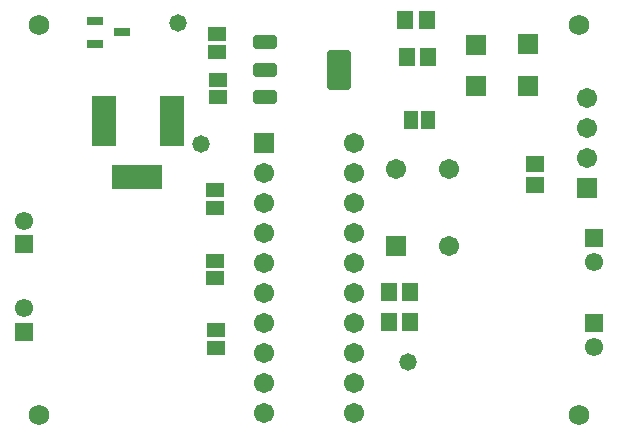
<source format=gts>
G04*
G04 #@! TF.GenerationSoftware,Altium Limited,Altium Designer,19.1.7 (138)*
G04*
G04 Layer_Color=8388736*
%FSLAX25Y25*%
%MOIN*%
G70*
G01*
G75*
%ADD24R,0.05328X0.03162*%
%ADD25R,0.05131X0.06312*%
%ADD26R,0.06312X0.05524*%
%ADD27R,0.06312X0.05131*%
%ADD28R,0.05524X0.06312*%
G04:AMPARAMS|DCode=29|XSize=133.98mil|YSize=76.9mil|CornerRadius=6.07mil|HoleSize=0mil|Usage=FLASHONLY|Rotation=90.000|XOffset=0mil|YOffset=0mil|HoleType=Round|Shape=RoundedRectangle|*
%AMROUNDEDRECTD29*
21,1,0.13398,0.06476,0,0,90.0*
21,1,0.12185,0.07690,0,0,90.0*
1,1,0.01213,0.03238,0.06093*
1,1,0.01213,0.03238,-0.06093*
1,1,0.01213,-0.03238,-0.06093*
1,1,0.01213,-0.03238,0.06093*
%
%ADD29ROUNDEDRECTD29*%
G04:AMPARAMS|DCode=30|XSize=43.43mil|YSize=76.9mil|CornerRadius=5.95mil|HoleSize=0mil|Usage=FLASHONLY|Rotation=90.000|XOffset=0mil|YOffset=0mil|HoleType=Round|Shape=RoundedRectangle|*
%AMROUNDEDRECTD30*
21,1,0.04343,0.06500,0,0,90.0*
21,1,0.03154,0.07690,0,0,90.0*
1,1,0.01190,0.03250,0.01577*
1,1,0.01190,0.03250,-0.01577*
1,1,0.01190,-0.03250,-0.01577*
1,1,0.01190,-0.03250,0.01577*
%
%ADD30ROUNDEDRECTD30*%
%ADD31R,0.06706X0.06706*%
%ADD32C,0.06706*%
%ADD33R,0.06706X0.06706*%
%ADD34C,0.06800*%
%ADD35R,0.07887X0.16548*%
%ADD36R,0.16548X0.07887*%
%ADD37R,0.06115X0.06115*%
%ADD38C,0.06115*%
%ADD39C,0.05800*%
D24*
X28800Y141440D02*
D03*
Y133960D02*
D03*
X37658Y137700D02*
D03*
D25*
X139882Y108500D02*
D03*
X133976D02*
D03*
D26*
X175429Y86857D02*
D03*
Y93943D02*
D03*
D27*
X69429Y137106D02*
D03*
Y131200D02*
D03*
X69729Y116047D02*
D03*
Y121953D02*
D03*
X68682Y79290D02*
D03*
Y85195D02*
D03*
X68829Y55690D02*
D03*
Y61595D02*
D03*
X69129Y32490D02*
D03*
Y38395D02*
D03*
D28*
X133772Y41095D02*
D03*
X126686D02*
D03*
X133729Y51195D02*
D03*
X126643D02*
D03*
X132186Y141900D02*
D03*
X139272D02*
D03*
X132786Y129400D02*
D03*
X139872D02*
D03*
D29*
X110132Y125300D02*
D03*
D30*
X85526Y116245D02*
D03*
Y125300D02*
D03*
Y134355D02*
D03*
D31*
X173229Y133700D02*
D03*
Y119921D02*
D03*
X155629Y133500D02*
D03*
Y119720D02*
D03*
X129171Y66505D02*
D03*
X192629Y85900D02*
D03*
D32*
X115116Y10795D02*
D03*
Y20795D02*
D03*
Y30795D02*
D03*
Y40795D02*
D03*
Y50795D02*
D03*
Y60795D02*
D03*
Y70795D02*
D03*
Y80795D02*
D03*
Y90795D02*
D03*
Y100795D02*
D03*
X85116Y10795D02*
D03*
Y20795D02*
D03*
Y30795D02*
D03*
Y40795D02*
D03*
Y50795D02*
D03*
Y60795D02*
D03*
Y70795D02*
D03*
Y80795D02*
D03*
Y90795D02*
D03*
X146887Y66505D02*
D03*
Y92095D02*
D03*
X129171D02*
D03*
X192629Y95900D02*
D03*
Y105900D02*
D03*
Y115900D02*
D03*
D33*
X85116Y100795D02*
D03*
D34*
X190000Y10000D02*
D03*
X10000Y140000D02*
D03*
X190000D02*
D03*
X10000Y10000D02*
D03*
D35*
X54429Y108254D02*
D03*
X31594D02*
D03*
D36*
X42618Y89356D02*
D03*
D37*
X195029Y69074D02*
D03*
Y40774D02*
D03*
X5129Y37826D02*
D03*
X5029Y67095D02*
D03*
D38*
X195029Y61200D02*
D03*
Y32900D02*
D03*
X5129Y45700D02*
D03*
X5029Y74969D02*
D03*
D39*
X133200Y27800D02*
D03*
X56529Y140800D02*
D03*
X63929Y100500D02*
D03*
M02*

</source>
